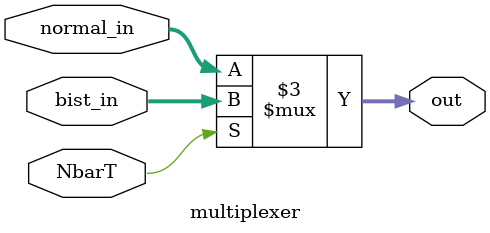
<source format=sv>
module multiplexer #(
    parameter WIDTH = 8  // choose 6 or 8
)(
    input  logic [WIDTH-1:0] normal_in,  // Normal operation input
    input  logic [WIDTH-1:0] bist_in,    // BIST mode input
    input  logic             NbarT,      // Select signal (0: normal, 1: BIST)
    output logic [WIDTH-1:0] out         // Selected output
);

    always_comb begin
        if (NbarT)
            out = bist_in;
        else
            out = normal_in;
    end

endmodule

</source>
